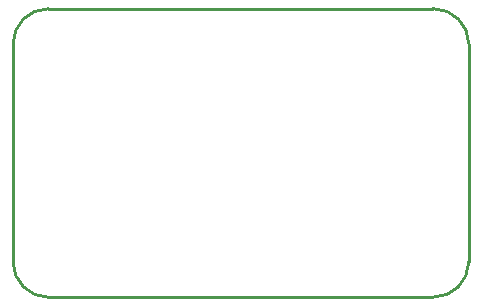
<source format=gbr>
%TF.GenerationSoftware,Altium Limited,Altium Designer,20.0.10 (225)*%
G04 Layer_Color=16711935*
%FSLAX26Y26*%
%MOIN*%
%TF.FileFunction,Other,Mechanical_1*%
%TF.Part,Single*%
G01*
G75*
%TA.AperFunction,NonConductor*%
%ADD23C,0.010000*%
D23*
X1732284Y2051220D02*
G03*
X1850394Y1933110I118110J0D01*
G01*
X3133465D02*
G03*
X3251575Y2051220I0J118110D01*
G01*
X1850394Y2895000D02*
G03*
X1732284Y2776890I0J-118110D01*
G01*
X3251575D02*
G03*
X3133465Y2895000I-118110J0D01*
G01*
X3251575Y2051220D02*
Y2776890D01*
X1732284Y2051220D02*
Y2776890D01*
X1850394Y1933110D02*
X3133465Y1933110D01*
X1850394Y2895000D02*
X3133465Y2895000D01*
%TF.MD5,dc6d59e437fcd0dcb6b699f23401a8b3*%
M02*

</source>
